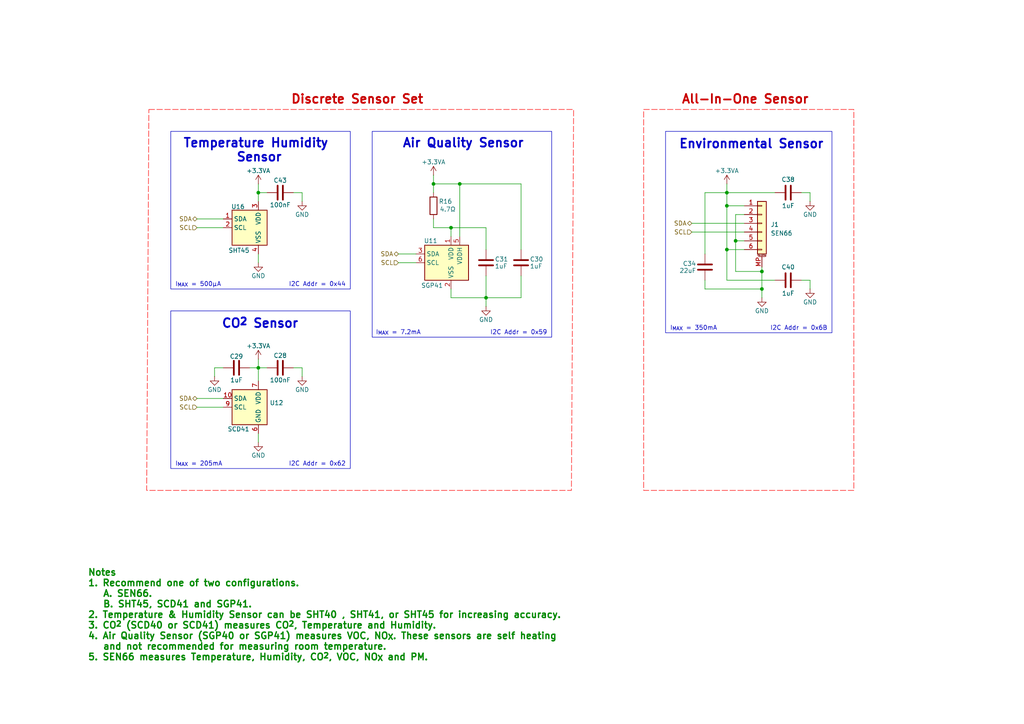
<source format=kicad_sch>
(kicad_sch (version 20250114) (generator "eeschema") (generator_version "9.0")
  (paper "A4")
  (title_block (title "ESPHome Parking Assistant") (date "2025-04-10") (rev "-") (company "Mike Lawrence"))
  (lib_symbols
    (symbol "Connector_Generic_MountingPin:Conn_01x06_MountingPin" (pin_names (offset 1.016) (hide yes))
      (property "Reference" "J" (at 0 7.62 0))
      (property "Value" "Conn_01x06_MountingPin" (at 1.27 -10.16 0))
      (symbol "Conn_01x06_MountingPin_1_1"
        (rectangle (start -1.27 6.35) (end 1.27 -8.89) (stroke (width 0.254)) (fill (type background)))
        (rectangle (start -1.27 5.207) (end 0 4.953) (stroke (width 0.1524)))
        (rectangle (start -1.27 2.667) (end 0 2.413) (stroke (width 0.1524)))
        (rectangle (start -1.27 0.127) (end 0 -0.127) (stroke (width 0.1524)))
        (rectangle (start -1.27 -2.413) (end 0 -2.667) (stroke (width 0.1524)))
        (rectangle (start -1.27 -4.953) (end 0 -5.207) (stroke (width 0.1524)))
        (rectangle (start -1.27 -7.493) (end 0 -7.747) (stroke (width 0.1524)))
        (polyline (pts (xy -1.016 -9.652) (xy 1.016 -9.652)) (stroke (width 0.1524)))
        (text "Mounting" (at 0 -9.271 0) (effects (font (size 0.381 0.381))))
        (pin passive line (at -5.08 5.08 0) (length 3.81) (name "Pin_1") (number "1"))
        (pin passive line (at -5.08 2.54 0) (length 3.81) (name "Pin_2") (number "2"))
        (pin passive line (at -5.08 0 0) (length 3.81) (name "Pin_3") (number "3"))
        (pin passive line (at -5.08 -2.54 0) (length 3.81) (name "Pin_4") (number "4"))
        (pin passive line (at -5.08 -5.08 0) (length 3.81) (name "Pin_5") (number "5"))
        (pin passive line (at -5.08 -7.62 0) (length 3.81) (name "Pin_6") (number "6"))
        (pin passive line (at 0 -12.7 90) (length 3.048) (name "MountPin") (number "MP"))
      )
    )
    (symbol "Device:C" (pin_numbers (hide yes)) (pin_names (offset 0.254))
      (property "Reference" "C" (at 0.635 2.54 0))
      (property "Value" "C" (at 0.635 -2.54 0))
      (symbol "C_0_1"
        (polyline (pts (xy -2.032 0.762) (xy 2.032 0.762)) (stroke (width 0.508)))
        (polyline (pts (xy -2.032 -0.762) (xy 2.032 -0.762)) (stroke (width 0.508)))
      )
      (symbol "C_1_1"
        (pin passive line (at 0 3.81 270) (length 2.794) (name "~") (number "1"))
        (pin passive line (at 0 -3.81 90) (length 2.794) (name "~") (number "2"))
      )
    )
    (symbol "Device:R" (pin_numbers (hide yes)) (pin_names (offset 0))
      (property "Reference" "R" (at 2.032 0 90))
      (property "Value" "R" (at 0 0 90))
      (symbol "R_0_1"
        (rectangle (start -1.016 -2.54) (end 1.016 2.54) (stroke (width 0.254)))
      )
      (symbol "R_1_1"
        (pin passive line (at 0 3.81 270) (length 1.27) (name "~") (number "1"))
        (pin passive line (at 0 -3.81 90) (length 1.27) (name "~") (number "2"))
      )
    )
    (symbol "SGP40-D-R4:SGP4x"
      (property "Reference" "U" (at 8.636 1.27 0))
      (property "Value" "SGP4x" (at 8.636 -1.27 0))
      (symbol "SGP4x_1_0"
        (pin input line (at -7.62 0 0) (length 2.54) (name "SCL") (number "6"))
        (pin power_in line (at 2.54 -7.62 90) (length 2.54) (hide yes) (name "EP") (number "7"))
        (pin power_in line (at 5.08 7.62 270) (length 2.54) (name "VDDH") (number "5"))
      )
      (symbol "SGP4x_1_1"
        (rectangle (start -5.08 5.08) (end 7.62 -5.08) (stroke (width 0.254)) (fill (type background)))
        (pin bidirectional line (at -7.62 2.54 0) (length 2.54) (name "SDA") (number "3"))
        (pin power_in line (at 2.54 7.62 270) (length 2.54) (name "VDD") (number "1"))
        (pin power_in line (at 2.54 -7.62 90) (length 2.54) (name "VSS") (number "2"))
        (pin power_in line (at 2.54 -7.62 90) (length 2.54) (hide yes) (name "NA") (number "4"))
      )
    )
    (symbol "Sensor_Gas:SCD41-D-R2"
      (property "Reference" "U?" (at -3.302 1.27 0))
      (property "Value" "SCD41" (at -3.302 -1.27 0))
      (symbol "SCD41-D-R2_0_1"
        (rectangle (start -2.54 5.08) (end 7.62 -5.08) (stroke (width 0.254)) (fill (type background)))
      )
      (symbol "SCD41-D-R2_1_1"
        (pin passive line (at 0 7.62 270) (length 2.54) (hide yes) (name "VDD") (number "19"))
        (pin power_in line (at 0 7.62 270) (length 2.54) (name "VDD") (number "7"))
        (pin passive line (at 0 -7.62 90) (length 2.54) (hide yes) (name "GND") (number "20"))
        (pin passive line (at 0 -7.62 90) (length 2.54) (hide yes) (name "GND") (number "21"))
        (pin power_in line (at 0 -7.62 90) (length 2.54) (name "GND") (number "6"))
        (pin bidirectional line (at 10.16 2.54 180) (length 2.54) (name "SDA") (number "10"))
        (pin input line (at 10.16 0 180) (length 2.54) (name "SCL") (number "9"))
      )
    )
    (symbol "Sensor_Humidity:SHT4x"
      (property "Reference" "U2" (at 6.35 1.2701 0))
      (property "Value" "SHT4x" (at 6.35 -1.2699 0))
      (symbol "SHT4x_1_1"
        (rectangle (start -5.08 5.08) (end 5.08 -5.08) (stroke (width 0.254)) (fill (type background)))
        (pin bidirectional line (at -7.62 2.54 0) (length 2.54) (name "SDA") (number "1"))
        (pin input line (at -7.62 0 0) (length 2.54) (name "SCL") (number "2"))
        (pin power_in line (at 2.54 7.62 270) (length 2.54) (name "VDD") (number "3"))
        (pin power_in line (at 2.54 -7.62 90) (length 2.54) (name "VSS") (number "4"))
      )
    )
    (symbol "power:+3.3VA" (power) (pin_numbers (hide yes)) (pin_names (offset 0) (hide yes))
      (property "Value" "+3.3VA" (at 0 3.556 0))
      (symbol "+3.3VA_0_1"
        (polyline (pts (xy -0.762 1.27) (xy 0 2.54)))
        (polyline (pts (xy 0 2.54) (xy 0.762 1.27)))
        (polyline (pts (xy 0 0) (xy 0 2.54)))
      )
      (symbol "+3.3VA_1_1"
        (pin power_in line (at 0 0 90) (length 0) (name "~") (number "1"))
      )
    )
    (symbol "power:GND" (power) (pin_numbers (hide yes)) (pin_names (offset 0) (hide yes))
      (property "Value" "GND" (at 0 -3.81 0))
      (symbol "GND_0_1"
        (polyline (pts (xy 0 0) (xy 0 -1.27) (xy 1.27 -1.27) (xy 0 -2.54) (xy -1.27 -1.27) (xy 0 -1.27)))
      )
      (symbol "GND_1_1"
        (pin power_in line (at 0 0 270) (length 0) (name "~") (number "1"))
      )
    )
  )
  (rectangle (start 193.04 38.1) (end 241.3 96.52))
  (rectangle (start 49.53 38.1) (end 101.6 83.82))
  (rectangle (start 107.95 38.1) (end 160.02 97.79))
  (rectangle (start 49.53 90.17) (end 101.6 135.89))
  (text "I_{MAX} = 7.2mA" (at 108.966 96.52 0) (effects (font (size 1.27 1.27) (thickness 0.1588)) (justify left)))
  (text "I2C Addr = 0x59" (at 158.75 96.52 0) (effects (font (size 1.27 1.27) (thickness 0.1588)) (justify right)))
  (text "I2C Addr = 0x62" (at 100.33 134.62 0) (effects (font (size 1.27 1.27) (thickness 0.1588)) (justify right)))
  (text "CO^{2} Sensor" (at 75.438 92.456 0) (effects (font (size 2.54 2.54) (thickness 0.508) (bold yes)) (justify top)))
  (text "Environmental Sensor" (at 217.932 40.386 0) (effects (font (size 2.54 2.54) (thickness 0.508) (bold yes)) (justify top)))
  (text "I_{MAX} = 350mA" (at 194.31 95.25 0) (effects (font (size 1.27 1.27) (thickness 0.1588)) (justify left)))
  (text "Temperature Humidity \nSensor" (at 75.184 40.132 0) (effects (font (size 2.54 2.54) (thickness 0.508) (bold yes)) (justify top)))
  (text "All-In-One Sensor" (at 216.154 27.432 0) (effects (font (size 2.54 2.54) (thickness 0.508) (bold yes)) (justify top)))
  (text "Discrete Sensor Set" (at 103.632 27.432 0) (effects (font (size 2.54 2.54) (thickness 0.508) (bold yes)) (justify top)))
  (text "I2C Addr = 0x44" (at 100.33 82.55 0) (effects (font (size 1.27 1.27) (thickness 0.1588)) (justify right)))
  (text "I2C Addr = 0x6B" (at 240.03 95.25 0) (effects (font (size 1.27 1.27) (thickness 0.1588)) (justify right)))
  (text "I_{MAX} = 500µA" (at 50.8 82.55 0) (effects (font (size 1.27 1.27) (thickness 0.1588)) (justify left)))
  (text "I_{MAX} = 205mA" (at 50.8 134.62 0) (effects (font (size 1.27 1.27) (thickness 0.1588)) (justify left)))
  (text "Notes\n1. Recommend one of two configurations.\n   A. SEN66.\n   B. SHT45, SCD41 and SGP41.\n2. Temperature & Humidity Sensor can be SHT40 , SHT41, or SHT45 for increasing accuracy.\n3. CO^{2} (SCD40 or SCD41) measures CO^{2}, Temperature and Humidity.\n4. Air Quality Sensor (SGP40 or SGP41) measures VOC, NO_{X}. These sensors are self heating\n   and not recommended for measuring room temperature.\n5. SEN66 measures Temperature, Humidity, CO^{2}, VOC, NO_{X} and PM." (at 25.4 165.1 0) (effects (font (size 1.905 1.905) (thickness 0.381) (bold yes)) (justify left top)))
  (text "Air Quality Sensor" (at 134.366 40.132 0) (effects (font (size 2.54 2.54) (thickness 0.508) (bold yes)) (justify top)))
  (junction (at 220.98 83.82))
  (junction (at 220.98 78.74))
  (junction (at 210.82 55.88))
  (junction (at 133.35 53.34))
  (junction (at 210.82 72.39))
  (junction (at 130.81 66.04))
  (junction (at 125.73 53.34))
  (junction (at 140.97 86.36))
  (junction (at 74.93 106.68))
  (junction (at 74.93 55.88))
  (junction (at 210.82 59.69))
  (junction (at 213.36 69.85))
  (wire (pts (xy 213.36 78.74) (xy 220.98 78.74)))
  (wire (pts (xy 215.9 69.85) (xy 213.36 69.85)))
  (wire (pts (xy 57.15 63.5) (xy 64.77 63.5)))
  (wire (pts (xy 85.09 55.88) (xy 87.63 55.88)))
  (wire (pts (xy 74.93 55.88) (xy 77.47 55.88)))
  (wire (pts (xy 125.73 53.34) (xy 125.73 55.88)))
  (wire (pts (xy 213.36 69.85) (xy 213.36 78.74)))
  (wire (pts (xy 151.13 80.01) (xy 151.13 86.36)))
  (wire (pts (xy 220.98 78.74) (xy 220.98 83.82)))
  (wire (pts (xy 215.9 59.69) (xy 210.82 59.69)))
  (wire (pts (xy 140.97 72.39) (xy 140.97 66.04)))
  (wire (pts (xy 74.93 73.66) (xy 74.93 76.2)))
  (wire (pts (xy 210.82 81.28) (xy 210.82 72.39)))
  (wire (pts (xy 74.93 106.68) (xy 77.47 106.68)))
  (wire (pts (xy 204.47 55.88) (xy 210.82 55.88)))
  (wire (pts (xy 115.57 73.66) (xy 120.65 73.66)))
  (wire (pts (xy 57.15 66.04) (xy 64.77 66.04)))
  (wire (pts (xy 204.47 73.66) (xy 204.47 55.88)))
  (wire (pts (xy 74.93 104.14) (xy 74.93 106.68)))
  (wire (pts (xy 130.81 66.04) (xy 125.73 66.04)))
  (wire (pts (xy 125.73 53.34) (xy 133.35 53.34)))
  (wire (pts (xy 140.97 80.01) (xy 140.97 86.36)))
  (wire (pts (xy 224.79 81.28) (xy 210.82 81.28)))
  (wire (pts (xy 115.57 76.2) (xy 120.65 76.2)))
  (wire (pts (xy 232.41 55.88) (xy 234.95 55.88)))
  (wire (pts (xy 72.39 106.68) (xy 74.93 106.68)))
  (wire (pts (xy 74.93 106.68) (xy 74.93 110.49)))
  (wire (pts (xy 220.98 83.82) (xy 220.98 86.36)))
  (wire (pts (xy 62.23 106.68) (xy 62.23 109.22)))
  (wire (pts (xy 232.41 81.28) (xy 234.95 81.28)))
  (wire (pts (xy 215.9 62.23) (xy 213.36 62.23)))
  (wire (pts (xy 204.47 83.82) (xy 204.47 81.28)))
  (wire (pts (xy 140.97 86.36) (xy 151.13 86.36)))
  (wire (pts (xy 234.95 81.28) (xy 234.95 83.82)))
  (wire (pts (xy 220.98 77.47) (xy 220.98 78.74)))
  (wire (pts (xy 215.9 67.31) (xy 200.66 67.31)))
  (wire (pts (xy 130.81 66.04) (xy 130.81 68.58)))
  (wire (pts (xy 130.81 86.36) (xy 130.81 83.82)))
  (wire (pts (xy 210.82 55.88) (xy 224.79 55.88)))
  (wire (pts (xy 151.13 72.39) (xy 151.13 53.34)))
  (wire (pts (xy 210.82 53.34) (xy 210.82 55.88)))
  (wire (pts (xy 140.97 66.04) (xy 130.81 66.04)))
  (wire (pts (xy 125.73 66.04) (xy 125.73 63.5)))
  (wire (pts (xy 220.98 83.82) (xy 204.47 83.82)))
  (wire (pts (xy 140.97 86.36) (xy 140.97 88.9)))
  (wire (pts (xy 133.35 68.58) (xy 133.35 53.34)))
  (wire (pts (xy 74.93 125.73) (xy 74.93 128.27)))
  (wire (pts (xy 215.9 72.39) (xy 210.82 72.39)))
  (wire (pts (xy 213.36 62.23) (xy 213.36 69.85)))
  (wire (pts (xy 87.63 55.88) (xy 87.63 58.42)))
  (wire (pts (xy 64.77 106.68) (xy 62.23 106.68)))
  (wire (pts (xy 57.15 118.11) (xy 64.77 118.11)))
  (wire (pts (xy 125.73 50.8) (xy 125.73 53.34)))
  (wire (pts (xy 200.66 64.77) (xy 215.9 64.77)))
  (wire (pts (xy 57.15 115.57) (xy 64.77 115.57)))
  (wire (pts (xy 234.95 55.88) (xy 234.95 58.42)))
  (wire (pts (xy 74.93 53.34) (xy 74.93 55.88)))
  (wire (pts (xy 151.13 53.34) (xy 133.35 53.34)))
  (wire (pts (xy 74.93 58.42) (xy 74.93 55.88)))
  (wire (pts (xy 210.82 55.88) (xy 210.82 59.69)))
  (wire (pts (xy 140.97 86.36) (xy 130.81 86.36)))
  (wire (pts (xy 85.09 106.68) (xy 87.63 106.68)))
  (wire (pts (xy 210.82 72.39) (xy 210.82 59.69)))
  (wire (pts (xy 87.63 106.68) (xy 87.63 109.22)))
  (hierarchical_label "SDA" (shape bidirectional) (at 57.15 115.57 180))
  (hierarchical_label "SCL" (shape input) (at 115.57 76.2 180))
  (hierarchical_label "SCL" (shape input) (at 57.15 118.11 180))
  (hierarchical_label "SDA" (shape bidirectional) (at 115.57 73.66 180))
  (hierarchical_label "SDA" (shape bidirectional) (at 200.66 64.77 180))
  (hierarchical_label "SCL" (shape input) (at 57.15 66.04 180))
  (hierarchical_label "SCL" (shape input) (at 200.66 67.31 180))
  (hierarchical_label "SDA" (shape bidirectional) (at 57.15 63.5 180))
  (rule_area (polyline (pts (xy 43.18 31.75) (xy 166.37 31.75) (xy 165.735 142.24) (xy 42.545 142.24)) (stroke (width 0) (type dash))))
  (rule_area (polyline (pts (xy 186.69 31.75) (xy 247.65 31.75) (xy 247.65 142.24) (xy 186.69 142.24)) (stroke (width 0) (type dash))))
  (symbol (lib_id "power:GND") (at 74.93 76.2 0) (unit 1)
    (property "Reference" "#PWR033" (effects (hide yes)))
    (property "Value" "GND" (at 74.93 80.01 0))
    (property "Description" "Power symbol creates a global label with name \"GND\" , ground" (effects (hide yes)))
  )
  (symbol (lib_id "Device:C") (at 151.13 76.2 0) (mirror y) (unit 1)
    (property "Reference" "C30" (at 153.67 75.184 0) (effects (justify right)))
    (property "Value" "1uF" (at 153.67 77.216 0) (effects (justify right)))
    (property "Footprint" "Capacitor_SMD:C_0402_1005Metric" (effects (hide yes)))
    (property "Description" "Capacitor, 1uF, MLCC, 25V, X5R, 10%, 0402" (effects (hide yes)))
    (property "Manufacturer" "Samsung" (effects (hide yes)))
    (property "Part Number" "CL05A105KA5NQNC" (effects (hide yes)))
  )
  (symbol (lib_id "Device:C") (at 204.47 77.47 0) (mirror y) (unit 1)
    (property "Reference" "C34" (at 201.93 76.454 0) (effects (justify left)))
    (property "Value" "22uF" (at 201.93 78.486 0) (effects (justify left)))
    (property "Footprint" "Capacitor_SMD:C_0603_1608Metric" (effects (hide yes)))
    (property "Description" "Capacitor, 22uF, MLCC, 6.3V, X5R, 20%, 0603" (effects (hide yes)))
    (property "Part Number" "GRM188R60J226MEA0D" (effects (hide yes)))
    (property "Manufacturer" "Murata" (effects (hide yes)))
  )
  (symbol (lib_id "Device:C") (at 228.6 55.88 90) (mirror x) (unit 1)
    (property "Reference" "C38" (at 228.6 52.07 90))
    (property "Value" "1uF" (at 228.6 59.69 90))
    (property "Footprint" "Capacitor_SMD:C_0402_1005Metric" (effects (hide yes)))
    (property "Description" "Capacitor, 1uF, MLCC, 25V, X5R, 10%, 0402" (effects (hide yes)))
    (property "Manufacturer" "Samsung" (effects (hide yes)))
    (property "Part Number" "CL05A105KA5NQNC" (effects (hide yes)))
  )
  (symbol (lib_id "power:GND") (at 87.63 58.42 0) (unit 1)
    (property "Reference" "#PWR031" (effects (hide yes)))
    (property "Value" "GND" (at 87.63 62.23 0))
    (property "Description" "Power symbol creates a global label with name \"GND\" , ground" (effects (hide yes)))
  )
  (symbol (lib_id "SGP40-D-R4:SGP4x") (at 128.27 76.2 0) (unit 1)
    (property "Reference" "U11" (at 122.936 69.85 0) (effects (justify left)))
    (property "Value" "SGP41" (at 128.524 82.804 0) (effects (justify right)))
    (property "Footprint" "SGP40-D-R4:XCDR_SGP40-D-R4" (effects (hide yes)))
    (property "Datasheet" "https://sensirion.com/media/documents/5FE8673C/61E96F50/Sensirion_Gas_Sensors_Datasheet_SGP41.pdf" (effects (hide yes)))
    (property "Description" "Indoor Air Quality Sensor, MOx based, DFN-6" (effects (hide yes)))
    (property "Part Number" "SGP41-D-R4 " (effects (hide yes)))
    (property "Manufacturer" "Sensirion" (effects (hide yes)))
  )
  (symbol (lib_id "Device:C") (at 228.6 81.28 90) (mirror x) (unit 1)
    (property "Reference" "C40" (at 228.6 77.47 90))
    (property "Value" "1uF" (at 228.6 85.09 90))
    (property "Footprint" "Capacitor_SMD:C_0402_1005Metric" (effects (hide yes)))
    (property "Description" "Capacitor, 1uF, MLCC, 25V, X5R, 10%, 0402" (effects (hide yes)))
    (property "Manufacturer" "Samsung" (effects (hide yes)))
    (property "Part Number" "CL05A105KA5NQNC" (effects (hide yes)))
  )
  (symbol (lib_id "power:+3.3VA") (at 210.82 53.34 0) (unit 1)
    (property "Reference" "#PWR030" (effects (hide yes)))
    (property "Value" "+3.3VA" (at 210.82 49.53 0))
    (property "Description" "Power symbol creates a global label with name \"+3.3VA\"" (effects (hide yes)))
  )
  (symbol (lib_id "Device:C") (at 140.97 76.2 0) (mirror y) (unit 1)
    (property "Reference" "C31" (at 143.51 75.184 0) (effects (justify right)))
    (property "Value" "1uF" (at 143.51 77.216 0) (effects (justify right)))
    (property "Footprint" "Capacitor_SMD:C_0402_1005Metric" (effects (hide yes)))
    (property "Description" "Capacitor, 1uF, MLCC, 25V, X5R, 10%, 0402" (effects (hide yes)))
    (property "Manufacturer" "Samsung" (effects (hide yes)))
    (property "Part Number" "CL05A105KA5NQNC" (effects (hide yes)))
  )
  (symbol (lib_id "Device:C") (at 68.58 106.68 90) (unit 1)
    (property "Reference" "C29" (at 68.58 103.378 90))
    (property "Value" "1uF" (at 68.58 110.236 90))
    (property "Footprint" "Capacitor_SMD:C_0402_1005Metric" (effects (hide yes)))
    (property "Description" "Capacitor, 1uF, MLCC, 25V, X5R, 10%, 0402" (effects (hide yes)))
    (property "Manufacturer" "Samsung" (effects (hide yes)))
    (property "Part Number" "CL05A105KA5NQNC" (effects (hide yes)))
  )
  (symbol (lib_id "Sensor_Humidity:SHT4x") (at 72.39 66.04 0) (unit 1)
    (property "Reference" "U16" (at 67.056 59.944 0) (effects (justify left)))
    (property "Value" "SHT45" (at 72.39 72.644 0) (effects (justify right)))
    (property "Footprint" "Sensor_Humidity:Sensirion_DFN-4_1.5x1.5mm_P0.8mm_SHT4x_NoCentralPad" (effects (hide yes)))
    (property "Datasheet" "https://sensirion.com/media/documents/33FD6951/624C4357/Datasheet_SHT4x.pdf" (effects (hide yes)))
    (property "Description" "Digital Humidity and Temperature Sensor, ±1%RH, ±0.1°C, I2C, 1.08-3.6V, 16bit, DFN-4" (effects (hide yes)))
    (property "Part Number" "SHT45-AD1B-R2" (effects (hide yes)))
    (property "Manufacturer" "Sensirion" (effects (hide yes)))
  )
  (symbol (lib_id "power:+3.3VA") (at 74.93 104.14 0) (unit 1)
    (property "Reference" "#PWR037" (effects (hide yes)))
    (property "Value" "+3.3VA" (at 74.93 100.33 0))
    (property "Description" "Power symbol creates a global label with name \"+3.3VA\"" (effects (hide yes)))
  )
  (symbol (lib_id "power:+3.3VA") (at 125.73 50.8 0) (unit 1)
    (property "Reference" "#PWR029" (effects (hide yes)))
    (property "Value" "+3.3VA" (at 125.73 46.99 0))
    (property "Description" "Power symbol creates a global label with name \"+3.3VA\"" (effects (hide yes)))
  )
  (symbol (lib_id "power:GND") (at 87.63 109.22 0) (unit 1)
    (property "Reference" "#PWR039" (effects (hide yes)))
    (property "Value" "GND" (at 87.63 113.03 0))
    (property "Description" "Power symbol creates a global label with name \"GND\" , ground" (effects (hide yes)))
  )
  (symbol (lib_id "power:GND") (at 234.95 58.42 0) (unit 1)
    (property "Reference" "#PWR032" (effects (hide yes)))
    (property "Value" "GND" (at 234.95 62.23 0))
    (property "Description" "Power symbol creates a global label with name \"GND\" , ground" (effects (hide yes)))
  )
  (symbol (lib_id "power:GND") (at 74.93 128.27 0) (unit 1)
    (property "Reference" "#PWR040" (effects (hide yes)))
    (property "Value" "GND" (at 74.93 132.08 0))
    (property "Description" "Power symbol creates a global label with name \"GND\" , ground" (effects (hide yes)))
  )
  (symbol (lib_id "power:GND") (at 140.97 88.9 0) (unit 1)
    (property "Reference" "#PWR036" (effects (hide yes)))
    (property "Value" "GND" (at 140.97 92.71 0))
    (property "Description" "Power symbol creates a global label with name \"GND\" , ground" (effects (hide yes)))
  )
  (symbol (lib_id "Device:C") (at 81.28 106.68 270) (mirror x) (unit 1)
    (property "Reference" "C28" (at 81.28 103.124 90))
    (property "Value" "100nF" (at 81.28 110.236 90))
    (property "Footprint" "Capacitor_SMD:C_0402_1005Metric" (effects (hide yes)))
    (property "Description" "Capacitor, 100nF, MLCC, 50V, X7R, 10%, 0402" (effects (hide yes)))
    (property "Manufacturer" "Samsung" (effects (hide yes)))
    (property "Part Number" "CL05B104KB54PNC" (effects (hide yes)))
  )
  (symbol (lib_id "power:GND") (at 234.95 83.82 0) (unit 1)
    (property "Reference" "#PWR034" (effects (hide yes)))
    (property "Value" "GND" (at 234.95 87.63 0))
    (property "Description" "Power symbol creates a global label with name \"GND\" , ground" (effects (hide yes)))
  )
  (symbol (lib_id "Sensor_Gas:SCD41-D-R2") (at 74.93 118.11 0) (mirror y) (unit 1)
    (property "Reference" "U12" (at 78.232 116.84 0) (effects (justify right)))
    (property "Value" "SCD41" (at 72.39 124.46 0) (effects (justify left)))
    (property "Footprint" "Sensor:Sensirion_SCD4x-1EP_10.1x10.1mm_P1.25mm_EP4.8x4.8mm" (effects (hide yes)))
    (property "Datasheet" "https://sensirion.com/media/documents/48C4B7FB/66E05452/CD_DS_SCD4x_Datasheet_D1.pdf" (effects (hide yes)))
    (property "Description" "Photoacoustic CO2 sensor, I2C, 2.4-5.5 V, High accuracy  400 - 5000 ppm" (effects (hide yes)))
    (property "Part Number" "SCD41-D-R2" (effects (hide yes)))
    (property "Manufacturer" "Sensirion" (effects (hide yes)))
  )
  (symbol (lib_id "Connector_Generic_MountingPin:Conn_01x06_MountingPin") (at 220.98 64.77 0) (unit 1)
    (property "Reference" "J1" (at 223.52 65.1255 0) (effects (justify left)))
    (property "Value" "SEN66" (at 223.52 67.6655 0) (effects (justify left)))
    (property "Footprint" "Connector_JST:JST_GH_BM06B-GHS-TBT_1x06-1MP_P1.25mm_Vertical" (effects (hide yes)))
    (property "Datasheet" "https://www.mouser.com/datasheet/2/564/eGH-3476874.pdf" (effects (hide yes)))
    (property "Description" "6-Position, 1.25 mm pitch, Wire-to-Board connector" (effects (hide yes)))
    (property "Part Number" "BM06B-GHS-TBT" (effects (hide yes)))
    (property "Manufacturer" "JST" (effects (hide yes)))
  )
  (symbol (lib_id "Device:R") (at 125.73 59.69 0) (unit 1)
    (property "Reference" "R16" (at 127.254 58.42 0) (effects (justify left)))
    (property "Value" "4.7Ω" (at 127.508 60.706 0) (effects (justify left)))
    (property "Footprint" "Resistor_SMD:R_0402_1005Metric" (effects (hide yes)))
    (property "Description" "Resistor, 4.7Ω, 62.5mW, 1%, 0402" (effects (hide yes)))
    (property "Manufacturer" "Vishay / Dale" (effects (hide yes)))
    (property "Part Number" "CRCW04024R70FKED" (effects (hide yes)))
  )
  (symbol (lib_id "power:+3.3VA") (at 74.93 53.34 0) (unit 1)
    (property "Reference" "#PWR028" (effects (hide yes)))
    (property "Value" "+3.3VA" (at 74.93 49.53 0))
    (property "Description" "Power symbol creates a global label with name \"+3.3VA\"" (effects (hide yes)))
  )
  (symbol (lib_id "power:GND") (at 220.98 86.36 0) (unit 1)
    (property "Reference" "#PWR035" (effects (hide yes)))
    (property "Value" "GND" (at 220.98 90.17 0))
    (property "Description" "Power symbol creates a global label with name \"GND\" , ground" (effects (hide yes)))
  )
  (symbol (lib_id "Device:C") (at 81.28 55.88 270) (mirror x) (unit 1)
    (property "Reference" "C43" (at 81.28 52.324 90))
    (property "Value" "100nF" (at 81.28 59.436 90))
    (property "Footprint" "Capacitor_SMD:C_0402_1005Metric" (effects (hide yes)))
    (property "Description" "Capacitor, 100nF, MLCC, 50V, X7R, 10%, 0402" (effects (hide yes)))
    (property "Manufacturer" "Samsung" (effects (hide yes)))
    (property "Part Number" "CL05B104KB54PNC" (effects (hide yes)))
  )
  (symbol (lib_id "power:GND") (at 62.23 109.22 0) (unit 1)
    (property "Reference" "#PWR038" (effects (hide yes)))
    (property "Value" "GND" (at 62.23 113.03 0))
    (property "Description" "Power symbol creates a global label with name \"GND\" , ground" (effects (hide yes)))
  )
)
</source>
